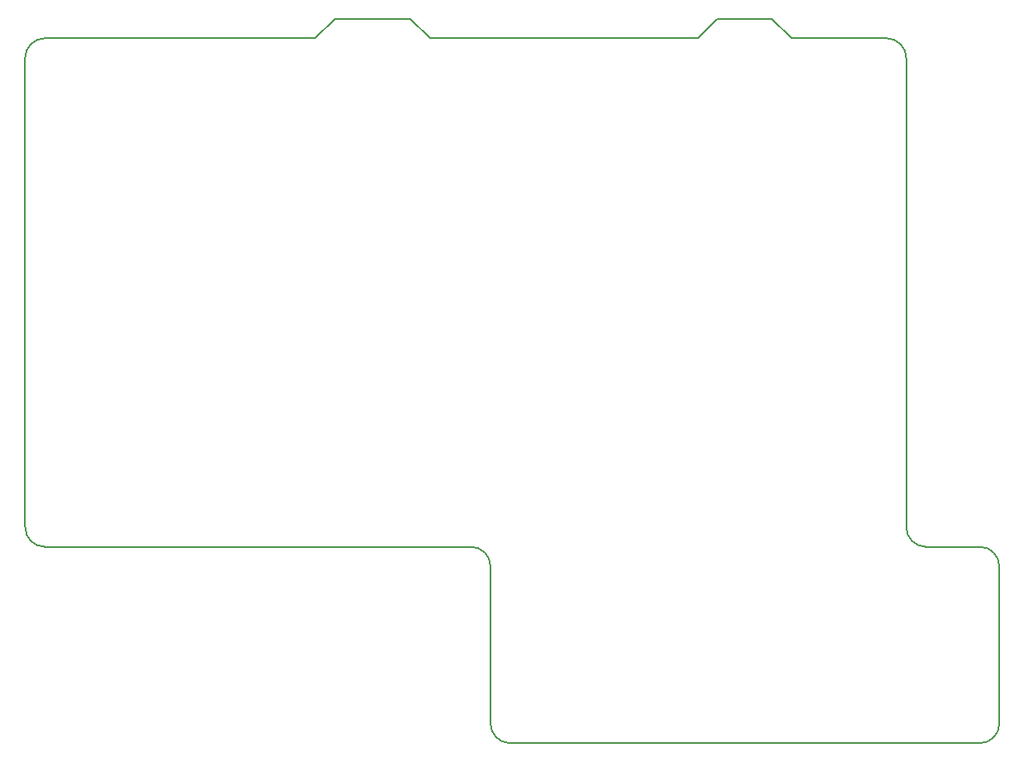
<source format=gm1>
G04 #@! TF.FileFunction,Profile,NP*
%FSLAX46Y46*%
G04 Gerber Fmt 4.6, Leading zero omitted, Abs format (unit mm)*
G04 Created by KiCad (PCBNEW 4.0.7) date 06/11/18 00:32:22*
%MOMM*%
%LPD*%
G01*
G04 APERTURE LIST*
%ADD10C,0.100000*%
%ADD11C,0.150000*%
G04 APERTURE END LIST*
D10*
D11*
X77110000Y-36250000D02*
X84830000Y-36250000D01*
X86830000Y-38250000D02*
X114250000Y-38250000D01*
X84830000Y-36250000D02*
X86830000Y-38250000D01*
X75110000Y-38250000D02*
X77110000Y-36250000D01*
X47430000Y-38250000D02*
X75110000Y-38250000D01*
X123850000Y-38250000D02*
X133590000Y-38250000D01*
X116250000Y-36250000D02*
X114250000Y-38250000D01*
X121850000Y-36250000D02*
X123850000Y-38250000D01*
X116250000Y-36250000D02*
X121850000Y-36250000D01*
X93020000Y-92380000D02*
X93020000Y-108420000D01*
X95010000Y-110460000D02*
X143070000Y-110460000D01*
X145110000Y-92380000D02*
X145110000Y-108470000D01*
X143080000Y-110460000D02*
G75*
G03X145110000Y-108470000I20000J2010000D01*
G01*
X93020000Y-108430000D02*
G75*
G03X95010000Y-110460000I2010000J-20000D01*
G01*
X47380000Y-90340000D02*
X91030000Y-90340000D01*
X45390000Y-40240000D02*
X45390000Y-88300000D01*
X135580000Y-88300000D02*
X135580000Y-40290000D01*
X143120000Y-90340000D02*
X137570000Y-90340000D01*
X135580000Y-88310000D02*
G75*
G03X137570000Y-90340000I2010000J-20000D01*
G01*
X45390000Y-88310000D02*
G75*
G03X47380000Y-90340000I2010000J-20000D01*
G01*
X47420000Y-38250000D02*
G75*
G03X45390000Y-40240000I-20000J-2010000D01*
G01*
X93020000Y-92370000D02*
G75*
G03X91030000Y-90340000I-2010000J20000D01*
G01*
X135580000Y-40280000D02*
G75*
G03X133590000Y-38250000I-2010000J20000D01*
G01*
X145110000Y-92370000D02*
G75*
G03X143120000Y-90340000I-2010000J20000D01*
G01*
M02*

</source>
